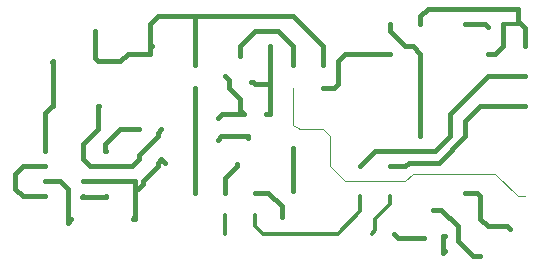
<source format=gbr>
G04 EAGLE Gerber RS-274X export*
G75*
%MOMM*%
%FSLAX34Y34*%
%LPD*%
%INTop Copper*%
%IPPOS*%
%AMOC8*
5,1,8,0,0,1.08239X$1,22.5*%
G01*
%ADD10C,0.406400*%
%ADD11C,0.304800*%
%ADD12C,0.000253*%


D10*
X44450Y88900D02*
X62900Y88900D01*
X44450Y88900D02*
X38100Y82550D01*
X38100Y69850D01*
X44450Y63500D01*
X62900Y63500D01*
X241300Y66650D02*
X252438Y66650D01*
X263525Y55563D01*
X263525Y46175D01*
X263550Y46150D01*
X215900Y66650D02*
X215900Y79375D01*
X225450Y88925D02*
X225450Y90600D01*
X225450Y88925D02*
X215900Y79375D01*
X142400Y69850D02*
X139700Y69850D01*
X161900Y95250D02*
X165100Y92050D01*
X114900Y76200D02*
X95250Y76200D01*
X158750Y88900D02*
X158750Y92100D01*
X161900Y95250D01*
X139700Y69850D02*
X139700Y46750D01*
X137400Y44450D01*
X139700Y69850D02*
X139700Y76200D01*
X114900Y76200D01*
X146050Y76200D02*
X158750Y88900D01*
X146050Y76200D02*
X146050Y73500D01*
X142400Y69850D01*
X139192Y44450D02*
X137400Y44450D01*
X138684Y43942D02*
X139192Y44450D01*
D11*
X215900Y47650D02*
X215900Y31750D01*
X330200Y50800D02*
X330200Y63500D01*
X330200Y50800D02*
X311150Y31750D01*
X247650Y31750D01*
X241300Y38100D01*
X241300Y47650D01*
D10*
X298450Y155600D02*
X308000Y155600D01*
X311150Y158750D01*
X311150Y177800D01*
X317500Y184150D01*
X355600Y184150D01*
X435610Y209550D02*
X438150Y207010D01*
X435610Y209550D02*
X419100Y209550D01*
X419100Y127000D02*
X419100Y114300D01*
X419100Y127000D02*
X431800Y139700D01*
X469900Y139700D01*
X368300Y88900D02*
X355600Y88900D01*
X368300Y88900D02*
X371475Y92075D01*
X396875Y92075D01*
X419100Y114300D01*
X342900Y101600D02*
X330200Y88900D01*
X342900Y101600D02*
X393700Y101600D01*
X406400Y114300D01*
X406400Y133350D01*
X438150Y165100D01*
X469900Y165100D01*
D12*
X273050Y155600D02*
X273050Y123800D01*
X304800Y88900D02*
X317500Y76200D01*
X304800Y88900D02*
X304800Y114300D01*
X463550Y63500D02*
X469900Y63500D01*
X463550Y63500D02*
X444500Y82550D01*
X279400Y120650D02*
X273050Y123800D01*
X279400Y120650D02*
X298450Y120650D01*
X304800Y114300D01*
X374650Y82550D02*
X444500Y82550D01*
X374650Y82550D02*
X368300Y76200D01*
X317500Y76200D01*
D10*
X431800Y50750D02*
X431800Y44450D01*
X438150Y38100D01*
X454500Y38100D01*
X457200Y35400D01*
X431800Y50750D02*
X431800Y63500D01*
X428625Y66675D02*
X419100Y66675D01*
X428625Y66675D02*
X431800Y63500D01*
X273050Y68150D02*
X273050Y104800D01*
X273050Y174600D02*
X273050Y190500D01*
X260350Y203200D01*
X241300Y203200D01*
X228600Y190500D01*
X228600Y182450D01*
X234950Y114300D02*
X234950Y112600D01*
X234950Y114300D02*
X212700Y114300D01*
X209550Y111150D01*
X219100Y161900D02*
X215900Y165100D01*
X212750Y133350D02*
X231800Y133350D01*
X212750Y133350D02*
X209550Y130150D01*
X219100Y155550D02*
X219100Y160450D01*
X219100Y155550D02*
X228600Y146050D01*
X228600Y136550D01*
X231800Y133350D01*
X219100Y160450D02*
X219100Y161900D01*
D11*
X355600Y63500D02*
X355600Y57150D01*
X342900Y44450D01*
X342900Y34900D01*
X339750Y31750D01*
D10*
X142900Y120650D02*
X127000Y120650D01*
X114300Y107950D01*
X114300Y102200D01*
X114900Y101600D01*
X114900Y88900D02*
X136550Y88900D01*
X142900Y95250D01*
X142900Y98450D01*
X158750Y114300D01*
X158750Y117500D01*
X161900Y120650D01*
X114900Y88900D02*
X101600Y88900D01*
X95250Y95250D01*
X107950Y139700D02*
X108900Y139700D01*
X107950Y139700D02*
X107950Y120650D01*
X95250Y107950D01*
X95250Y95250D01*
X114900Y63500D02*
X114646Y63246D01*
X94996Y63246D01*
X190500Y66650D02*
X190500Y88900D01*
X190500Y155600D01*
X95250Y63500D02*
X94996Y63246D01*
X62900Y133700D02*
X68900Y139700D01*
X68900Y176800D02*
X69900Y177800D01*
X69850Y139700D02*
X68900Y139700D01*
X69850Y139700D02*
X69850Y177750D01*
X69900Y177800D01*
X63500Y101600D02*
X62900Y101600D01*
X63500Y101600D02*
X63500Y133100D01*
X62900Y133700D01*
X62900Y76200D02*
X76200Y76200D01*
X82550Y69850D01*
X82550Y40800D01*
X85250Y44450D01*
X105250Y180450D02*
X105250Y203200D01*
X105250Y180450D02*
X107900Y177800D01*
X152400Y189450D02*
X153958Y191008D01*
X190500Y190500D02*
X190500Y174600D01*
X298450Y174600D02*
X298450Y190500D01*
X273050Y215900D01*
X190500Y215900D02*
X158750Y215900D01*
X190500Y215900D02*
X273050Y215900D01*
X158750Y215900D02*
X152400Y209550D01*
X190500Y215900D02*
X190500Y190500D01*
X152400Y189450D02*
X152400Y209550D01*
X127000Y177800D02*
X107900Y177800D01*
X127000Y177800D02*
X133350Y184150D01*
X152400Y184150D01*
X152400Y189450D01*
X250800Y133350D02*
X254000Y133350D01*
X254000Y158750D01*
X239600Y160450D02*
X238100Y160450D01*
X239600Y160450D02*
X241300Y158750D01*
X254000Y158750D01*
X254000Y190500D01*
X381000Y209550D02*
X381000Y215900D01*
X387350Y222250D01*
X463550Y222250D01*
X463550Y212090D01*
X466090Y209550D01*
X469900Y205740D02*
X469900Y190500D01*
X469900Y205740D02*
X466090Y209550D01*
X384175Y28575D02*
X384200Y28550D01*
X384175Y28575D02*
X361925Y28575D01*
X358750Y31750D01*
X392112Y52276D02*
X398574Y52276D01*
X412750Y38100D01*
X412750Y25400D01*
X425450Y12700D01*
X431750Y12700D01*
X431800Y12750D01*
X355600Y203200D02*
X355600Y209550D01*
X381000Y184150D02*
X381000Y114300D01*
X381000Y184150D02*
X374650Y190500D01*
X368300Y190500D01*
X355600Y203200D01*
X401613Y17438D02*
X400050Y15875D01*
X400050Y30276D02*
X401612Y30276D01*
X400050Y30276D02*
X400050Y15875D01*
X438150Y184150D02*
X444500Y184150D01*
X450850Y190500D01*
X450850Y209550D01*
D11*
X463550Y209550D01*
M02*

</source>
